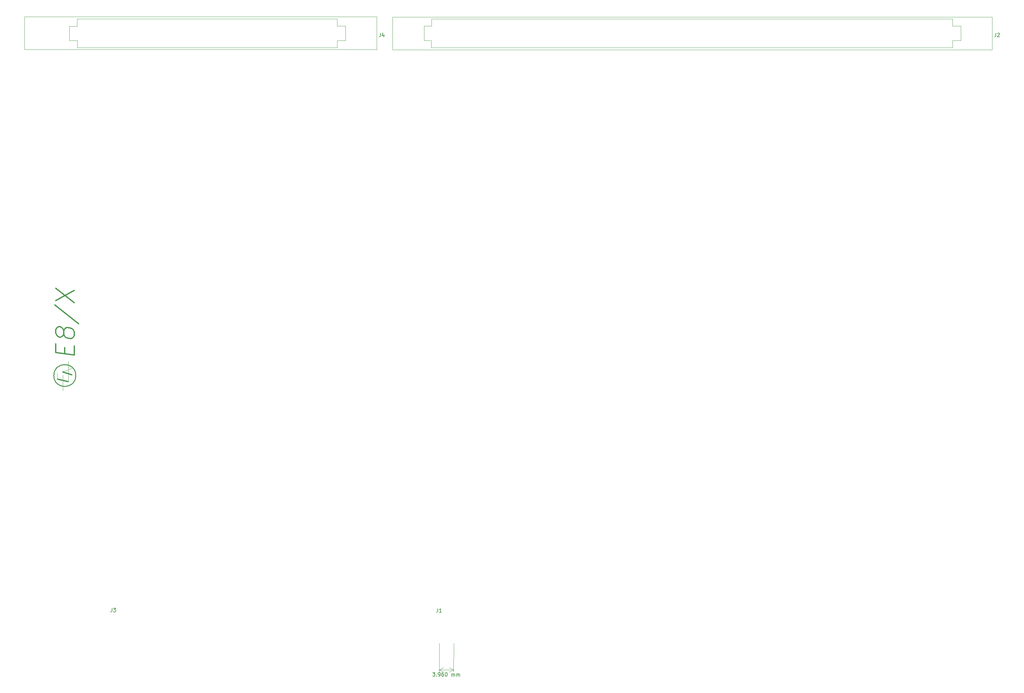
<source format=gbr>
%TF.GenerationSoftware,KiCad,Pcbnew,(5.1.10-1-10_14)*%
%TF.CreationDate,2021-06-26T12:10:23+10:00*%
%TF.ProjectId,EXTENDER CARDS,45585445-4e44-4455-9220-43415244532e,rev?*%
%TF.SameCoordinates,Original*%
%TF.FileFunction,Legend,Top*%
%TF.FilePolarity,Positive*%
%FSLAX46Y46*%
G04 Gerber Fmt 4.6, Leading zero omitted, Abs format (unit mm)*
G04 Created by KiCad (PCBNEW (5.1.10-1-10_14)) date 2021-06-26 12:10:23*
%MOMM*%
%LPD*%
G01*
G04 APERTURE LIST*
%ADD10C,0.150000*%
%ADD11C,0.120000*%
%ADD12C,0.300000*%
%ADD13C,0.240000*%
G04 APERTURE END LIST*
D10*
X140545493Y-268008129D02*
X141164538Y-268009692D01*
X140830244Y-268389801D01*
X140973101Y-268390162D01*
X141068218Y-268438022D01*
X141115717Y-268485761D01*
X141163095Y-268581119D01*
X141162494Y-268819213D01*
X141114635Y-268914331D01*
X141066895Y-268961829D01*
X140971537Y-269009208D01*
X140685824Y-269008486D01*
X140590706Y-268960627D01*
X140543208Y-268912888D01*
X141590823Y-268915533D02*
X141638322Y-268963272D01*
X141590583Y-269010771D01*
X141543084Y-268963032D01*
X141590823Y-268915533D01*
X141590583Y-269010771D01*
X142114391Y-269012094D02*
X142304866Y-269012575D01*
X142400224Y-268965196D01*
X142447964Y-268917698D01*
X142543562Y-268775082D01*
X142591662Y-268584726D01*
X142592624Y-268203775D01*
X142545246Y-268108417D01*
X142497747Y-268060678D01*
X142402629Y-268012818D01*
X142212154Y-268012337D01*
X142116796Y-268059716D01*
X142069057Y-268107215D01*
X142021197Y-268202332D01*
X142020596Y-268440427D01*
X142067974Y-268535785D01*
X142115473Y-268583524D01*
X142210591Y-268631383D01*
X142401066Y-268631864D01*
X142496424Y-268584486D01*
X142544163Y-268536987D01*
X142592023Y-268441870D01*
X143450245Y-268015464D02*
X143259770Y-268014983D01*
X143164412Y-268062361D01*
X143116672Y-268109860D01*
X143021074Y-268252476D01*
X142972974Y-268442832D01*
X142972012Y-268823783D01*
X143019390Y-268919141D01*
X143066889Y-268966880D01*
X143162007Y-269014739D01*
X143352482Y-269015220D01*
X143447840Y-268967842D01*
X143495579Y-268920343D01*
X143543439Y-268825226D01*
X143544040Y-268587131D01*
X143496662Y-268491773D01*
X143449163Y-268444034D01*
X143354045Y-268396175D01*
X143163570Y-268395694D01*
X143068212Y-268443072D01*
X143020473Y-268490571D01*
X142972613Y-268585688D01*
X144164529Y-268017268D02*
X144259766Y-268017508D01*
X144354884Y-268065368D01*
X144402383Y-268113107D01*
X144449761Y-268208465D01*
X144496899Y-268399061D01*
X144496298Y-268637155D01*
X144448198Y-268827510D01*
X144400338Y-268922628D01*
X144352599Y-268970127D01*
X144257241Y-269017505D01*
X144162003Y-269017265D01*
X144066886Y-268969405D01*
X144019387Y-268921666D01*
X143972009Y-268826308D01*
X143924871Y-268635712D01*
X143925472Y-268397618D01*
X143973572Y-268207262D01*
X144021431Y-268112145D01*
X144069171Y-268064646D01*
X144164529Y-268017268D01*
X145685808Y-269021113D02*
X145687491Y-268354448D01*
X145687251Y-268449686D02*
X145734990Y-268402187D01*
X145830348Y-268354809D01*
X145973205Y-268355169D01*
X146068322Y-268403029D01*
X146115701Y-268498387D01*
X146114378Y-269022195D01*
X146115701Y-268498387D02*
X146163560Y-268403269D01*
X146258918Y-268355891D01*
X146401775Y-268356252D01*
X146496892Y-268404111D01*
X146544271Y-268499469D01*
X146542948Y-269023277D01*
X147019137Y-269024479D02*
X147020821Y-268357815D01*
X147020580Y-268453053D02*
X147068319Y-268405554D01*
X147163677Y-268358176D01*
X147306534Y-268358536D01*
X147401651Y-268406396D01*
X147449030Y-268501754D01*
X147447707Y-269025562D01*
X147449030Y-268501754D02*
X147496889Y-268406636D01*
X147592247Y-268359258D01*
X147735104Y-268359619D01*
X147830222Y-268407478D01*
X147877600Y-268502836D01*
X147876277Y-269026644D01*
D11*
X142281591Y-267290130D02*
X146241591Y-267300130D01*
X142300000Y-260000000D02*
X142280110Y-267876549D01*
X146260000Y-260010000D02*
X146240110Y-267886549D01*
X146241591Y-267300130D02*
X145113610Y-267883704D01*
X146241591Y-267300130D02*
X145116572Y-266710866D01*
X142281591Y-267290130D02*
X143406610Y-267879394D01*
X142281591Y-267290130D02*
X143409572Y-266706556D01*
D12*
X39837142Y-180725386D02*
X39837142Y-179032053D01*
X42498095Y-178638958D02*
X42498095Y-181058005D01*
X37418095Y-180423005D01*
X37418095Y-178003958D01*
X39595238Y-175373244D02*
X39353333Y-175826815D01*
X39111428Y-176038482D01*
X38627619Y-176219910D01*
X38385714Y-176189672D01*
X37901904Y-175887291D01*
X37660000Y-175615148D01*
X37418095Y-175101101D01*
X37418095Y-174133482D01*
X37660000Y-173679910D01*
X37901904Y-173468244D01*
X38385714Y-173286815D01*
X38627619Y-173317053D01*
X39111428Y-173619434D01*
X39353333Y-173891577D01*
X39595238Y-174405625D01*
X39595238Y-175373244D01*
X39837142Y-175887291D01*
X40079047Y-176159434D01*
X40562857Y-176461815D01*
X41530476Y-176582767D01*
X42014285Y-176401339D01*
X42256190Y-176189672D01*
X42498095Y-175736101D01*
X42498095Y-174768482D01*
X42256190Y-174254434D01*
X42014285Y-173982291D01*
X41530476Y-173679910D01*
X40562857Y-173558958D01*
X40079047Y-173740386D01*
X39837142Y-173952053D01*
X39595238Y-174405625D01*
X37176190Y-167329910D02*
X43707619Y-172500625D01*
X37418095Y-166150625D02*
X42498095Y-163398958D01*
X37418095Y-162763958D02*
X42498095Y-166785625D01*
D13*
%TO.C,REF\u002A\u002A*%
X42900000Y-186700000D02*
G75*
G03*
X42900000Y-186700000I-3000000J0D01*
G01*
D12*
X37900000Y-187700000D02*
X40800000Y-188400000D01*
D11*
X37830000Y-187740000D02*
X37830000Y-186130000D01*
X39370000Y-190790000D02*
X39370000Y-186590000D01*
X40850000Y-188450000D02*
X40850000Y-182750000D01*
D12*
X39400000Y-185700000D02*
X41800000Y-186500000D01*
D11*
X39390000Y-185660000D02*
X41860000Y-184700000D01*
%TO.C,J2*%
X140120000Y-96960000D02*
X140120000Y-96910000D01*
X140310000Y-96960000D02*
X140120000Y-96960000D01*
X282680000Y-96960000D02*
X140310000Y-96960000D01*
X140120000Y-94980000D02*
X140120000Y-96910000D01*
X138140000Y-94980000D02*
X140120000Y-94980000D01*
X138140000Y-91030000D02*
X138140000Y-94980000D01*
X140170000Y-91030000D02*
X138140000Y-91030000D01*
X140170000Y-89040000D02*
X140170000Y-91030000D01*
X282680000Y-89040000D02*
X140170000Y-89040000D01*
X282680000Y-91020000D02*
X282680000Y-89040000D01*
X284960000Y-91020000D02*
X282680000Y-91020000D01*
X284960000Y-94970000D02*
X284960000Y-91020000D01*
X282680000Y-94970000D02*
X284960000Y-94970000D01*
X282680000Y-96960000D02*
X282680000Y-94970000D01*
X129510000Y-88500000D02*
X293520000Y-88500000D01*
X129510000Y-97500000D02*
X129510000Y-88500000D01*
X293520000Y-97500000D02*
X129510000Y-97500000D01*
X293520000Y-88520000D02*
X293520000Y-97500000D01*
%TO.C,J4*%
X125220000Y-88490000D02*
X28908000Y-88460000D01*
X28908000Y-97460000D02*
X125160000Y-97460000D01*
X43260000Y-89060000D02*
X114380000Y-89030000D01*
X43360000Y-96960000D02*
X114380000Y-96950000D01*
X28908000Y-97460000D02*
X28908000Y-88460000D01*
X43260000Y-91060000D02*
X43260000Y-89060000D01*
X41160000Y-91060000D02*
X43260000Y-91060000D01*
X43360000Y-94960000D02*
X43360000Y-96960000D01*
X41120000Y-94960000D02*
X43360000Y-94960000D01*
X41120000Y-94960000D02*
X41120000Y-91060000D01*
X114380000Y-91010000D02*
X114380000Y-89030000D01*
X116660000Y-91010000D02*
X114380000Y-91010000D01*
X116660000Y-94960000D02*
X116660000Y-91010000D01*
X114380000Y-94960000D02*
X116660000Y-94960000D01*
X114380000Y-96950000D02*
X114380000Y-94960000D01*
X125220000Y-88510000D02*
X125220000Y-97490000D01*
%TO.C,J3*%
D10*
X52805866Y-250408380D02*
X52805866Y-251122666D01*
X52758247Y-251265523D01*
X52663009Y-251360761D01*
X52520152Y-251408380D01*
X52424914Y-251408380D01*
X53186819Y-250408380D02*
X53805866Y-250408380D01*
X53472533Y-250789333D01*
X53615390Y-250789333D01*
X53710628Y-250836952D01*
X53758247Y-250884571D01*
X53805866Y-250979809D01*
X53805866Y-251217904D01*
X53758247Y-251313142D01*
X53710628Y-251360761D01*
X53615390Y-251408380D01*
X53329676Y-251408380D01*
X53234438Y-251360761D01*
X53186819Y-251313142D01*
%TO.C,J2*%
X294566666Y-92952380D02*
X294566666Y-93666666D01*
X294519047Y-93809523D01*
X294423809Y-93904761D01*
X294280952Y-93952380D01*
X294185714Y-93952380D01*
X294995238Y-93047619D02*
X295042857Y-93000000D01*
X295138095Y-92952380D01*
X295376190Y-92952380D01*
X295471428Y-93000000D01*
X295519047Y-93047619D01*
X295566666Y-93142857D01*
X295566666Y-93238095D01*
X295519047Y-93380952D01*
X294947619Y-93952380D01*
X295566666Y-93952380D01*
%TO.C,J4*%
X126266666Y-92942380D02*
X126266666Y-93656666D01*
X126219047Y-93799523D01*
X126123809Y-93894761D01*
X125980952Y-93942380D01*
X125885714Y-93942380D01*
X127171428Y-93275714D02*
X127171428Y-93942380D01*
X126933333Y-92894761D02*
X126695238Y-93609047D01*
X127314285Y-93609047D01*
%TO.C,J1*%
X141907066Y-250502380D02*
X141907066Y-251216666D01*
X141859447Y-251359523D01*
X141764209Y-251454761D01*
X141621352Y-251502380D01*
X141526114Y-251502380D01*
X142907066Y-251502380D02*
X142335638Y-251502380D01*
X142621352Y-251502380D02*
X142621352Y-250502380D01*
X142526114Y-250645238D01*
X142430876Y-250740476D01*
X142335638Y-250788095D01*
%TD*%
M02*

</source>
